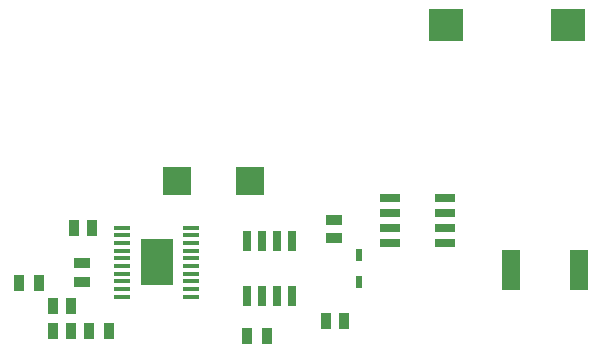
<source format=gtp>
G04*
G04 #@! TF.GenerationSoftware,Altium Limited,Altium Designer,24.0.1 (36)*
G04*
G04 Layer_Color=8421504*
%FSLAX44Y44*%
%MOMM*%
G71*
G04*
G04 #@! TF.SameCoordinates,B85333DD-67EC-4CFA-91B2-C3F9892E9ACE*
G04*
G04*
G04 #@! TF.FilePolarity,Positive*
G04*
G01*
G75*
%ADD15R,0.8500X1.3500*%
%ADD16R,0.7200X1.7800*%
%ADD17R,2.3500X2.4500*%
%ADD18R,0.9500X1.3500*%
%ADD19R,2.7400X3.8600*%
%ADD20R,1.4500X0.4500*%
%ADD21R,1.7800X0.7200*%
%ADD22R,1.3500X0.8500*%
%ADD23R,1.5400X3.4200*%
%ADD24R,3.0000X2.8000*%
%ADD25R,1.3500X0.9500*%
%ADD26R,0.5500X1.0500*%
D15*
X819780Y501650D02*
D03*
X803280D02*
D03*
X626740Y546100D02*
D03*
X610240D02*
D03*
X685800Y505460D02*
D03*
X669300D02*
D03*
D16*
X802640Y535400D02*
D03*
X815340D02*
D03*
X828040D02*
D03*
X840740D02*
D03*
X802640Y582200D02*
D03*
X815340D02*
D03*
X828040D02*
D03*
X840740D02*
D03*
D17*
X743700Y632460D02*
D03*
X805700D02*
D03*
D18*
X884950Y514350D02*
D03*
X869950D02*
D03*
X654050Y505460D02*
D03*
X639050D02*
D03*
X638930Y527050D02*
D03*
X653930D02*
D03*
X671710Y593090D02*
D03*
X656710D02*
D03*
D19*
X726440Y563880D02*
D03*
D20*
X755690Y593130D02*
D03*
Y586630D02*
D03*
Y580130D02*
D03*
Y573630D02*
D03*
Y567130D02*
D03*
Y560630D02*
D03*
Y554130D02*
D03*
Y547630D02*
D03*
Y541130D02*
D03*
Y534630D02*
D03*
X697190D02*
D03*
Y541130D02*
D03*
Y547630D02*
D03*
Y554130D02*
D03*
Y560630D02*
D03*
Y567130D02*
D03*
Y573630D02*
D03*
Y580130D02*
D03*
Y586630D02*
D03*
Y593130D02*
D03*
D21*
X924020Y618490D02*
D03*
Y605790D02*
D03*
Y593090D02*
D03*
Y580390D02*
D03*
X970820Y618490D02*
D03*
Y605790D02*
D03*
Y593090D02*
D03*
Y580390D02*
D03*
D22*
X662940Y563240D02*
D03*
Y546740D02*
D03*
D23*
X1026160Y557530D02*
D03*
X1083960D02*
D03*
D24*
X1074700Y764540D02*
D03*
X971550D02*
D03*
D25*
X876300Y584320D02*
D03*
Y599320D02*
D03*
D26*
X897890Y547300D02*
D03*
Y570300D02*
D03*
M02*

</source>
